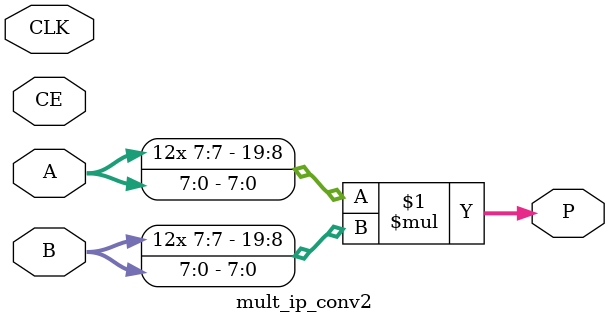
<source format=v>
`timescale 1ns / 1ps
module mult_ip_conv2(
    input  CLK,
    input  CE,
    input     [7:0] A,
    input    [7:0] B,
    output   [19:0] P
);
//assign  P=$unsigned(A) * $unsigned(B);
assign  P=$signed(A) * $signed(B);
endmodule
</source>
